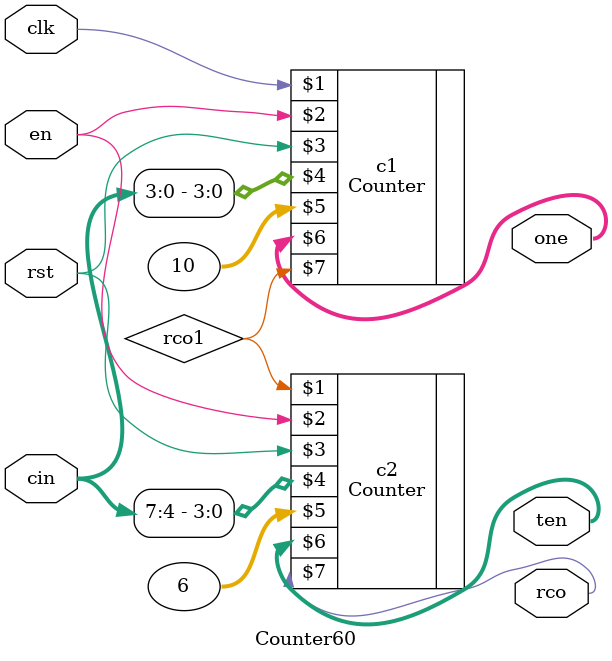
<source format=v>
module Counter60(
    input clk,
	 input en,
	 input rst,
	 input [7:0] cin,
	 output [3:0] ten,
	 output [3:0] one,
	 output rco
	 );
	 
	 wire rco1;
	 
	 Counter c1(clk, en, rst, cin[3:0], 10, one, rco1);
	 Counter c2(rco1, en, rst, cin[7:4], 6, ten, rco);
	 
	 
endmodule

</source>
